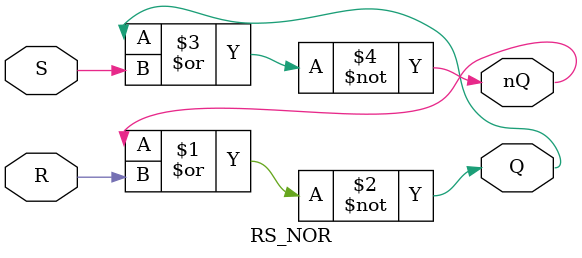
<source format=v>

module RS_NOR(R,S,Q,nQ);
	input R,S;
	output Q,nQ; //nQ is not Q
	
	nor n1 (Q,nQ,R);
	nor n2 (nQ,Q,S);
endmodule

</source>
